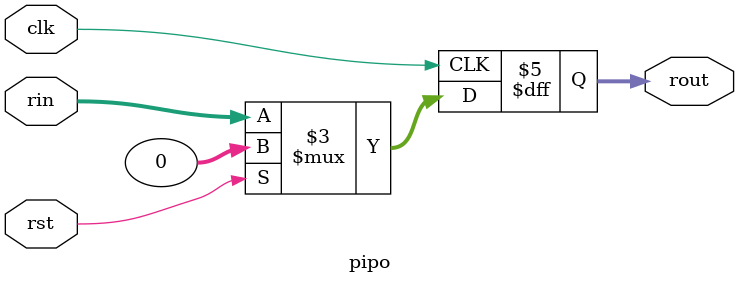
<source format=v>

module pipo(input[31:0]rin,input clk,rst,output reg [31:0]rout);
always@(posedge clk )
 begin
  if(rst) rout<=31'd0;
  else rout<=rin;
 end
endmodule

</source>
